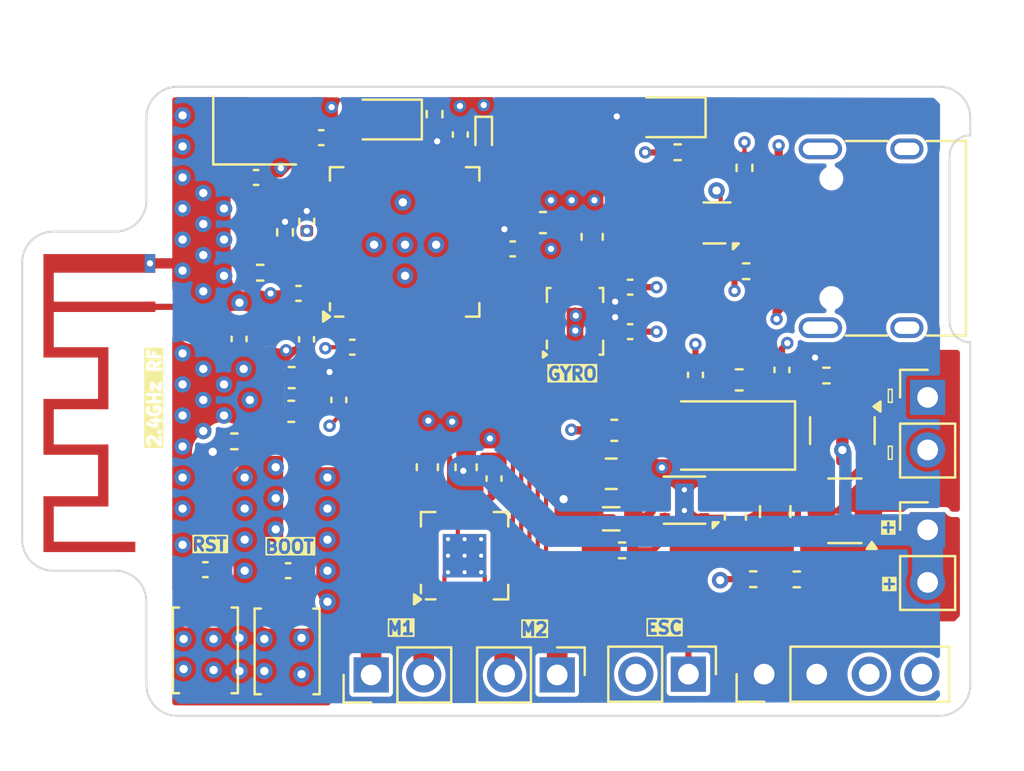
<source format=kicad_pcb>
(kicad_pcb (version 20240108) (generator "pcbnew") (generator_version "8.0")
  (layers (0 "F.Cu" signal) (1 "In1.Cu" signal) (2 "In2.Cu" signal) (31 "B.Cu" signal) (34 "B.Paste" user) (35 "F.Paste" user) (36 "B.SilkS" user "B.Silkscreen") (37 "F.SilkS" user "F.Silkscreen") (38 "B.Mask" user) (39 "F.Mask" user) (44 "Edge.Cuts" user))
  (net 0 "")
  (net 1 "+3.3V")
  (net 2 "GND")
  (net 3 "Net-(U2-XTAL_N)")
  (net 4 "/EN")
  (net 5 "Net-(C2-Pad2)")
  (net 6 "+5V")
  (net 7 "Net-(U2-LNA_IN{slash}RF)")
  (net 8 "Net-(C14-Pad1)")
  (net 9 "Net-(U5-VCP)")
  (net 10 "/D+")
  (net 11 "Net-(U5-VINT)")
  (net 13 "/D-")
  (net 17 "/IO45")
  (net 18 "/IO15")
  (net 20 "Net-(J1-CC2)")
  (net 21 "Net-(J1-CC1)")
  (net 23 "Net-(J3-Pin_1)")
  (net 24 "Net-(J6-Pin_2)")
  (net 25 "/IO40")
  (net 26 "Net-(D1-K)")
  (net 27 "/IO0")
  (net 28 "Net-(D2-K)")
  (net 29 "/IN3")
  (net 30 "/Vsense")
  (net 31 "/IN2")
  (net 32 "/IN4")
  (net 33 "/IN1")
  (net 34 "/TX")
  (net 35 "/USB_D+")
  (net 36 "/USB_D-")
  (net 37 "/CS")
  (net 38 "/SDA")
  (net 39 "/INT2")
  (net 40 "/SDO")
  (net 41 "/SCL")
  (net 42 "/INT1")
  (net 43 "Net-(J6-Pin_1)")
  (net 44 "Net-(J7-Pin_2)")
  (net 45 "+BATT")
  (net 46 "/SLEEP")
  (net 47 "/FAULT")
  (net 48 "Net-(J7-Pin_1)")
  (net 49 "Net-(U6-SW)")
  (net 50 "/DEBUG")
  (net 51 "Net-(AE1-A)")
  (net 52 "+3.3VA")
  (net 53 "Net-(U2-XTAL_P)")
  (net 54 "Net-(U6-PG)")
  (net 66 "unconnected-(U2-MTCK{slash}JTAG{slash}GPIO39-Pad44)")
  (net 70 "/LOAD")
  (net 72 "/IO42")
  (net 74 "/RX")
  (net 75 "/IO16")
  (net 76 "/IO41")
  (net 81 "Net-(Q1-G)")
  (net 82 "/STAT")
  (footprint "Connector_PinHeader_2.54mm:PinHeader_1x02_P2.54mm_Vertical" (layer "F.Cu") (at 152.44 111.5 -90)
    (property "Reference" "J3" (hide yes))
    (property "Value" "Conn_01x02")
  )
  (footprint "Resistor_SMD:R_0402_1005Metric" (layer "F.Cu") (at 157.675001 106.92 180)
    (property "Reference" "R9" (hide yes))
    (property "Value" "15k")
  )
  (footprint "Connector_PinHeader_2.54mm:PinHeader_1x02_P2.54mm_Vertical" (layer "F.Cu") (at 146.1 111.5375 -90)
    (property "Reference" "J7" (hide yes))
    (property "Value" "Conn_01x02")
  )
  (footprint "Package_TO_SOT_SMD:SOT-666" (layer "F.Cu") (at 153.825 89.6975 180)
    (property "Reference" "U3" (hide yes))
    (property "Value" "USBLC6-2P6")
  )
  (footprint "Capacitor_SMD:C_0805_2012Metric" (layer "F.Cu") (at 156.635 103.6425 -90)
    (property "Reference" "C21" (hide yes))
    (property "Value" "22u")
  )
  (footprint "Capacitor_SMD:C_0402_1005Metric" (layer "F.Cu") (at 143.95 90.95)
    (property "Reference" "C25" (hide yes))
    (property "Value" "100n")
  )
  (footprint "Inductor_SMD:L_0805_2012Metric" (layer "F.Cu") (at 148.71 103.9925 180)
    (property "Reference" "L4" (hide yes))
    (property "Value" "2.2u")
  )
  (footprint "Capacitor_SMD:C_0603_1608Metric" (layer "F.Cu") (at 133.27 97.17 180)
    (property "Reference" "C17" (hide yes))
    (property "Value" "10u")
  )
  (footprint "Diode_SMD:D_SOD-923" (layer "F.Cu") (at 142.55 85.43 -90)
    (property "Reference" "D3" (hide yes))
    (property "Value" "SZESD9B5.0ST5G")
  )
  (footprint "Connector_USB:USB_C_Receptacle_HRO_TYPE-C-31-M-12" (layer "F.Cu") (at 161.9475 90.4375 90)
    (property "Reference" "J1" (hide yes))
    (property "Value" "USB_C_Receptacle_USB2.0")
  )
  (footprint "Resistor_SMD:R_0402_1005Metric" (layer "F.Cu") (at 131.75 92.1 180)
    (property "Reference" "R3" (hide yes))
    (property "Value" "10")
  )
  (footprint "Capacitor_SMD:C_0402_1005Metric" (layer "F.Cu") (at 134.7 85.575 180)
    (property "Reference" "C1" (hide yes))
    (property "Value" "9p")
  )
  (footprint "Resistor_SMD:R_0402_1005Metric" (layer "F.Cu") (at 149.235 105.5175)
    (property "Reference" "R11" (hide yes))
    (property "Value" "100k")
  )
  (footprint "Capacitor_SMD:C_0402_1005Metric" (layer "F.Cu") (at 135.55 98.25 -90)
    (property "Reference" "C13" (hide yes))
    (property "Value" "100n")
  )
  (footprint "LED_SMD:LED_0805_2012Metric_Pad1.15x1.40mm_HandSolder" (layer "F.Cu") (at 151.41 84.59 180)
    (property "Reference" "D2" (hide yes))
    (property "Value" "LED")
  )
  (footprint "Capacitor_SMD:C_0402_1005Metric" (layer "F.Cu") (at 136.2 95.7 180)
    (property "Reference" "C12" (hide yes))
    (property "Value" "100n")
  )
  (footprint "Capacitor_SMD:C_0402_1005Metric" (layer "F.Cu") (at 131.55 87.5 180)
    (property "Reference" "C2" (hide yes))
    (property "Value" "9p")
  )
  (footprint "Resistor_SMD:R_0402_1005Metric" (layer "F.Cu") (at 155.575001 106.91 180)
    (property "Reference" "R10" (hide yes))
    (property "Value" "10k")
  )
  (footprint "Inductor_SMD:L_0402_1005Metric" (layer "F.Cu") (at 136.66 97.19 -90)
    (property "Reference" "L2" (hide yes))
    (property "Value" "2.2n")
  )
  (footprint "Inductor_SMD:L_0603_1608Metric" (layer "F.Cu") (at 154.8925 97.28 180)
    (property "Reference" "L3" (hide yes))
    (property "Value" "2.2n")
  )
  (footprint "Capacitor_SMD:C_0603_1608Metric" (layer "F.Cu") (at 154.71 103.8925 -90)
    (property "Reference" "C23" (hide yes))
    (property "Value" "10u")
  )
  (footprint "Button_Switch_SMD:SW_Push_SPST_NO_Alps_SKRK" (layer "F.Cu") (at 133.05 110.4 -90)
    (property "Reference" "SW2" (hide yes))
    (property "Value" "Boot")
  )
  (footprint "Package_TO_SOT_SMD:TSOT-23-6" (layer "F.Cu") (at 160 103.605 180)
    (property "Reference" "U4" (hide yes))
    (property "Value" "LTC4412xS6")
  )
  (footprint "RF_Antenna:Texas_SWRA117D_2.4GHz_Left" (layer "F.Cu") (at 126.425 93.75 90)
    (property "Reference" "AE1" (hide yes))
    (property "Value" "Antenna_Shield")
  )
  (footprint "Capacitor_SMD:C_0402_1005Metric" (layer "F.Cu") (at 129.1 106.45 180)
    (property "Reference" "C10" (hide yes))
    (property "Value" "100n")
  )
  (footprint "Inductor_SMD:L_0402_1005Metric" (layer "F.Cu") (at 132.38 94.84)
    (property "Reference" "L1" (hide yes))
    (property "Value" "2.2n")
  )
  (footprint "Resistor_SMD:R_0402_1005Metric" (layer "F.Cu") (at 155.15 87.0375 90)
    (property "Reference" "R5" (hide yes))
    (property "Value" "5.1k")
  )
  (footprint "Capacitor_SMD:C_0603_1608Metric" (layer "F.Cu") (at 133.25 98.8 180)
    (property "Reference" "C15" (hide yes))
    (property "Value" "1u")
  )
  (footprint "Diode_SMD:D_SMA" (layer "F.Cu") (at 154.085 99.9675 180)
    (property "Reference" "D4" (hide yes))
    (property "Value" "SS14")
  )
  (footprint "Connector_PinHeader_2.54mm:PinHeader_1x02_P2.54mm_Vertical" (layer "F.Cu") (at 164 104.525)
    (property "Reference" "J4" (hide yes))
    (property "Value" "Conn_01x02")
  )
  (footprint "Resistor_SMD:R_0402_1005Metric" (layer "F.Cu") (at 132.95 90.15 -90)
    (property "Reference" "R7" (hide yes))
    (property "Value" "10k")
  )
  (footprint "Capacitor_SMD:C_0402_1005Metric" (layer "F.Cu") (at 133.6 93.1 180)
    (property "Reference" "C5" (hide yes))
    (property "Value" "100n")
  )
  (footprint "LED_SMD:LED_0805_2012Metric_Pad1.15x1.40mm_HandSolder" (layer "F.Cu") (at 137.7 84.7 180)
    (property "Reference" "D1" (hide yes))
    (property "Value" "LED")
  )
  (footprint "Connector_PinHeader_2.54mm:PinHeader_1x02_P2.54mm_Vertical" (layer "F.Cu") (at 137.11 111.5375 90)
    (property "Reference" "J6" (hide yes))
    (property "Value" "Conn_01x02")
  )
  (footprint "Capacitor_SMD:C_0805_2012Metric" (layer "F.Cu") (at 148.71 101.8175)
    (property "Reference" "C24" (hide yes))
    (property "Value" "22u")
  )
  (footprint "Connector_PinHeader_2.54mm:PinHeader_1x02_P2.54mm_Vertical" (layer "F.Cu") (at 164 98.125)
    (property "Reference" "J5" (hide yes))
    (property "Value" "Conn_01x02")
  )
  (footprint "Capacitor_SMD:C_0402_1005Metric" (layer "F.Cu") (at 141.4175 85.425 90)
    (property "Reference" "C9" (hide yes))
    (property "Value" "100n")
  )
  (footprint "Capacitor_SMD:C_0603_1608Metric" (layer "F.Cu") (at 147.79 90.37 90)
    (property "Reference" "C15" (hide yes))
    (property "Value" "10u")
  )
  (footprint "Capacitor_SMD:C_0402_1005Metric" (layer "F.Cu") (at 149.625 92.800001)
    (property "Reference" "C6" (hide yes))
    (property "Value" "100n")
  )
  (footprint "Capacitor_SMD:C_0402_1005Metric" (layer "F.Cu") (at 156.96 96.8 90)
    (property "Reference" "C14" (hide yes))
    (property "Value" "100n")
  )
  (footprint "Capacitor_SMD:C_0402_1005Metric" (layer "F.Cu") (at 133.1 106.5 180)
    (property "Reference" "C11" (hide yes))
    (property "Value" "100n")
  )
  (footprint "Resistor_SMD:R_0402_1005Metric" (layer "F.Cu") (at 140.175 84.440001 -90)
    (property "Reference" "R1" (hide yes))
    (property "Value" "1k")
  )
  (footprint "Capacitor_SMD:C_0402_1005Metric" (layer "F.Cu") (at 130.73 95.3 -90)
    (property "Reference" "C3" (hide yes))
    (property "Value" "3.3p")
  )
  (footprint "Crystal:Crystal_SMD_3225-4Pin_3.2x2.5mm" (layer "F.Cu") (at 131.48 85.22)
    (property "Reference" "Y1" (hide yes))
    (property "Value" "40MHz")
  )
  (footprint "Capacitor_SMD:C_0603_1608Metric" (layer "F.Cu") (at 139.825001 101.5 90)
    (property "Reference" "C20" (hide yes))
    (property "Value" "2.2u")
  )
  (footprint "Capacitor_SMD:C_0402_1005Metric" (layer "F.Cu") (at 149.625 94.950001)
    (property "Reference" "C8" (hide yes))
    (property "Value" "100n")
  )
  (footprint "Package_TO_SOT_SMD:SOT-23" (layer "F.Cu") (at 159.88 99.7325 -90)
    (property "Reference" "Q1" (hide yes))
    (property "Value" "AO3401A")
  )
  (footprint "Package_DFN_QFN:Texas_RTY_WQFN-16-1EP_4x4mm_P0.65mm_EP2.1x2.1mm_ThermalVias" (layer "F.Cu") (at 141.625 105.775001 90)
    (property "Reference" "U5" (hide yes))
    (property "Value" "DRV8833RTY")
  )
  (footprint "Capacitor_SMD:C_0402_1005Metric" (layer "F.Cu") (at 134 89.6 -90)
    (property "Reference" "C26" (hide yes))
    (property "Value" "100n")
  )
  (footprint "Capacitor_SMD:C_0603_1608Metric" (layer "F.Cu") (at 145.41 89.68)
    (property "Reference" "C7" (hide yes))
    (property "Value" "10u")
  )
  (footprint "Resistor_SMD:R_0402_1005Metric" (layer "F.Cu") (at 159.11 97.07)
    (property "Reference" "R8" (hide yes))
    (property "Value" "470k")
  )
  (footprint "Button_Switch_SMD:SW_Push_SPST_NO_Alps_SKRK" (layer "F.Cu") (at 129.1 110.35 -90)
    (property "Reference" "SW1" (hide yes))
    (property "Value" "Reset")
  )
  (footprint "Package_SON:WSON-8-1EP_2x2mm_P0.5mm_EP0.9x1.6mm_ThermalVias" (layer "F.Cu") (at 152.247499 103.0925 180)
    (property "Reference" "U6" (hide yes))
    (property "Value" "TPS62172DSG")
  )
  (footprint "Package_LGA:LGA-14_3x2.5mm_P0.5mm_LayoutBorder3x4y" (layer "F.Cu") (at 146.9625 94.45 90)
    (property "Reference" "U1" (hide yes))
    (property "Value" "LSM6DS3")
  )
  (footprint "Capacitor_SMD:C_0603_1608Metric" (layer "F.Cu") (at 141.7 101.5 90)
    (property "Reference" "C22" (hide yes))
    (property "Value" "10u")
  )
  (footprint "Capacitor_SMD:C_0603_1608Metric" (layer "F.Cu") (at 148.86 99.7175 180)
    (property "Reference" "C18" (hide yes))
    (property "Value" "10u")
  )
  (footprint "Package_DFN_QFN:QFN-56-1EP_7x7mm_P0.4mm_EP5.6x5.6mm" (layer "F.Cu") (at 138.73 90.6125 90)
    (property "Reference" "U2" (hide yes))
    (property "Value" "ESP32-S3")
  )
  (footprint "Capacitor_SMD:C_0402_1005Metric" (layer "F.Cu") (at 152.7825 97.04 90)
    (property "Reference" "C16" (hide yes))
    (property "Value" "100n")
  )
  (footprint "Connector_PinHeader_2.54mm:PinHeader_1x04_P2.54mm_Vertical" (layer "F.Cu") (at 156.1 111.5 90)
    (property "Reference" "J2" (hide yes))
    (property "Value" "Conn_01x04")
  )
  (footprint "Capacitor_SMD:C_0402_1005Metric" (layer "F.Cu") (at 133.99 95.32 -90)
    (property "Reference" "C4" (hide yes))
    (property "Value" "3.3p")
  )
  (footprint "Capacitor_SMD:C_0402_1005Metric" (layer "F.Cu") (at 143.05 102.05 -90)
    (property "Reference" "C19" (hide yes))
    (property "Value" "10n")
  )
  (footprint "Resistor_SMD:R_0402_1005Metric" (layer "F.Cu") (at 130.5 100.25)
    (property "Reference" "R4" (hide yes))
    (property "Value" "10k")
  )
  (footprint "Resistor_SMD:R_0402_1005Metric" (layer "F.Cu") (at 155.23 92.03 180)
    (property "Reference" "R6" (hide yes))
    (property "Value" "5.1k")
  )
  (footprint "Resistor_SMD:R_0402_1005Metric" (layer "F.Cu") (at 151.92 86.28 180)
    (property "Reference" "R2" (hide yes))
    (property "Value" "1k")
  )
  (gr_arc (start 164.560092 83.114729) (mid 165.620753 83.554069) (end 166.060093 84.61473) (stroke (width 0.1)) (layer "Edge.Cuts"))
  (gr_line (start 121.749999 90.114727) (end 124.75 90.114727) (stroke (width 0.1)) (layer "Edge.Cuts"))
  (gr_line (start 126.25 112.009207) (end 126.250001 112.009205) (stroke (width 0.1)) (layer "Edge.Cuts"))
  (gr_arc (start 166.060093 112.009205) (mid 165.620753 113.069866) (end 164.560093 113.509206) (stroke (width 0.1)) (layer "Edge.Cuts"))
  (gr_line (start 120.25 105) (end 120.25 91.614726) (stroke (width 0.1)) (layer "Edge.Cuts"))
  (gr_line (start 166.060093 84.61473) (end 166.060093 85.460526) (stroke (width 0.1)) (layer "Edge.Cuts"))
  (gr_arc (start 165.060093 86.460522) (mid 165.352987 85.753417) (end 166.060093 85.460526) (stroke (width 0.1)) (layer "Edge.Cuts"))
  (gr_line (start 127.75 83.114728) (end 164.560092 83.114729) (stroke (width 0.1)) (layer "Edge.Cuts"))
  (gr_line (start 126.250001 88.614727) (end 126.250002 84.614725) (stroke (width 0.1)) (layer "Edge.Cuts"))
  (gr_line (start 166.060093 95.460524) (end 166.060093 112.009205) (stroke (width 0.1)) (layer "Edge.Cuts"))
  (gr_line (start 164.560093 113.509206) (end 127.75 113.509207) (stroke (width 0.1)) (layer "Edge.Cuts"))
  (gr_line (start 165.060093 86.460522) (end 165.060092 94.460521) (stroke (width 0.1)) (layer "Edge.Cuts"))
  (gr_arc (start 124.75 106.499999) (mid 125.810666 106.939341) (end 126.250001 108.000007) (stroke (width 0.1)) (layer "Edge.Cuts"))
  (gr_arc (start 126.250002 84.614725) (mid 126.689341 83.554066) (end 127.75 83.114728) (stroke (width 0.1)) (layer "Edge.Cuts"))
  (gr_line (start 124.75 106.499999) (end 121.749999 106.499999) (stroke (width 0.1)) (layer "Edge.Cuts"))
  (gr_arc (start 127.75 113.509207) (mid 126.68934 113.069867) (end 126.25 112.009207) (stroke (width 0.1)) (layer "Edge.Cuts"))
  (gr_arc (start 126.250001 88.614727) (mid 125.810661 89.675387) (end 124.75 90.114727) (stroke (width 0.1)) (layer "Edge.Cuts"))
  (gr_arc (start 166.060093 95.460524) (mid 165.352985 95.16763) (end 165.060092 94.460521) (stroke (width 0.1)) (layer "Edge.Cuts"))
  (gr_line (start 126.250001 112.009205) (end 126.250001 108.000007) (stroke (width 0.1)) (layer "Edge.Cuts"))
  (gr_arc (start 120.25 91.614726) (mid 120.689339 90.554066) (end 121.749999 90.114727) (stroke (width 0.1)) (layer "Edge.Cuts"))
  (gr_arc (start 121.749999 106.499999) (mid 120.689341 106.060659) (end 120.25 105) (stroke (width 0.1)) (layer "Edge.Cuts"))
  (gr_text "ESC" (at 150.32 109.61 0) (layer "F.SilkS" knockout) (effects (font (size 0.6 0.6) (thickness 0.15) (bold yes)) (justify left bottom)))
  (gr_text "-" (at 162.5 98.5 90) (layer "F.SilkS" knockout) (effects (font (size 0.6 0.6) (thickness 0.12) (bold yes)) (justify left bottom)))
  (gr_text "-" (at 162.5 101.25 90) (layer "F.SilkS" knockout) (effects (font (size 0.6 0.6) (thickness 0.12) (bold yes)) (justify left bottom)))
  (gr_text "GYRO" (at 145.56 97.34 0) (layer "F.SilkS" knockout) (effects (font (size 0.6 0.6) (thickness 0.15) (bold yes)) (justify left bottom)))
  (gr_text "2.4GHz RF" (at 127 100.6 90) (layer "F.SilkS" knockout) (effects (font (size 0.6 0.6) (thickness 0.15) (bold yes)) (justify left bottom)))
  (gr_text "M1" (at 137.82 109.63 0) (layer "F.SilkS" knockout) (effects (font (size 0.6 0.6) (thickness 0.15) (bold yes)) (justify left bottom)))
  (gr_text "+" (at 161.65 104.7225 0) (layer "F.SilkS" knockout) (effects (font (size 0.6 0.6) (thickness 0.12) (bold yes)) (justify left bottom)))
  (gr_text "M2" (at 144.27 109.68 0) (layer "F.SilkS" knockout) (effects (font (size 0.6 0.6) (thickness 0.15) (bold yes)) (justify left bottom)))
  (gr_text "+" (at 161.7 107.45 0) (layer "F.SilkS" knockout) (effects (font (size 0.6 0.6) (thickness 0.12) (bold yes)) (justify left bottom)))
  (gr_text "RST" (at 128.38 105.59 0) (layer "F.SilkS" knockout) (effects (font (size 0.6 0.6) (thickness 0.15) (bold yes)) (justify left bottom)))
  (gr_text "BOOT" (at 131.91 105.7 0) (layer "F.SilkS" knockout) (effects (font (size 0.6 0.6) (thickness 0.15) (bold yes)) (justify left bottom)))
  (segment (start 148.15 92.800001) (end 148.3 92.800001) (width 0.3) (layer "F.Cu") (net 1))
  (segment (start 134.7 89.2125) (end 135.2925 89.2125) (width 0.2) (layer "F.Cu") (net 1))
  (segment (start 129.96005 100.25) (end 129.455025 100.755025) (width 0.3) (layer "F.Cu") (net 1))
  (segment (start 143.207499 91.212501) (end 143.47 90.95) (width 0.2) (layer "F.Cu") (net 1))
  (segment (start 148.65 94.950001) (end 149.145 94.950001) (width 0.4) (layer "F.Cu") (net 1))
  (segment (start 147.7125 92.887501) (end 147.8 92.800001) (width 0.2) (layer "F.Cu") (net 1))
  (segment (start 151.297499 102.8425) (end 150.41 102.8425) (width 0.3) (layer "F.Cu") (net 1))
  (segment (start 135.55 97.77) (end 136.565 97.77) (width 0.2) (layer "F.Cu") (net 1))
  (segment (start 148.65 92.800001) (end 149.145 92.800001) (width 0.4) (layer "F.Cu") (net 1))
  (segment (start 136.565 97.77) (end 136.66 97.675) (width 0.2) (layer "F.Cu") (net 1))
  (segment (start 141.45 86.425) (end 141.45 86.275) (width 0.2) (layer "F.Cu") (net 1))
  (segment (start 148.3 92.800001) (end 148.65 92.800001) (width 0.3) (layer "F.Cu") (net 1))
  (segment (start 150.385001 84.59) (end 149.02 84.59) (width 0.3) (layer "F.Cu") (net 1))
  (segment (start 150.41 102.8425) (end 150.31 102.9425) (width 0.3) (layer "F.Cu") (net 1))
  (segment (start 147.8 92.800001) (end 148 92.800001) (width 0.2) (layer "F.Cu") (net 1))
  (segment (start 150.235 103.0175) (end 148.385 103.0175) (width 0.2) (layer "F.Cu") (net 1))
  (segment (start 147.7125 93.287499) (end 147.7125 92.887501) (width 0.2) (layer "F.Cu") (net 1))
  (segment (start 141.33 86.545) (end 141.425 86.45) (width 0.2) (layer "F.Cu") (net 1))
  (segment (start 148.449998 94.949999) (end 148.45 94.950001) (width 0.2) (layer "F.Cu") (net 1))
  (segment (start 148.385 103.0175) (end 148.31 102.9425) (width 0.2) (layer "F.Cu") (net 1))
  (segment (start 150.31 102.9425) (end 150.235 103.0175) (width 0.2) (layer "F.Cu") (net 1))
  (segment (start 158.6 97.07) (end 158.6 96.24) (width 0.3) (layer "F.Cu") (net 1))
  (segment (start 142.1675 91.212501) (end 143.207499 91.212501) (width 0.2) (layer "F.Cu") (net 1))
  (segment (start 141.45 85.8175) (end 141.4175 85.785) (width 0.3) (layer "F.Cu") (net 1))
  (segment (start 132.95 89.640001) (end 132.95 89.52) (width 0.2) (layer "F.Cu") (net 1))
  (segment (start 148 92.800001) (end 148.15 92.800001) (width 0.2) (layer "F.Cu") (net 1))
  (segment (start 148.31 102.367499) (end 147.760001 101.8175) (width 0.2) (layer "F.Cu") (net 1))
  (segment (start 129.990001 100.25) (end 129.96005 100.25) (width 0.3) (layer "F.Cu") (net 1))
  (segment (start 134.6075 89.12) (end 134 89.12) (width 0.2) (layer "F.Cu") (net 1))
  (segment (start 141.33 87.175) (end 141.33 86.545) (width 0.2) (layer "F.Cu") (net 1))
  (segment (start 134.7 89.2125) (end 134.6075 89.12) (width 0.2) (layer "F.Cu") (net 1))
  (segment (start 149.02 84.59) (end 148.98 84.55) (width 0.3) (layer "F.Cu") (net 1))
  (segment (start 148.31 102.9425) (end 148.31 102.367499) (width 0.2) (layer "F.Cu") (net 1))
  (segment (start 148.45 94.950001) (end 148.65 94.950001) (width 0.3) (layer "F.Cu") (net 1))
  (segment (start 141.45 86.275) (end 141.45 85.8175) (width 0.3) (layer "F.Cu") (net 1))
  (segment (start 141.425 86.45) (end 141.45 86.425) (width 0.2) (layer "F.Cu") (net 1))
  (segment (start 158.6 96.24) (end 158.56 96.2) (width 0.3) (layer "F.Cu") (net 1))
  (segment (start 147.875 94.949999) (end 148.449998 94.949999) (width 0.2) (layer "F.Cu") (net 1))
  (segment (start 141.33 87.1725) (end 141.33 86.67) (width 0.2) (layer "F.Cu") (net 1))
  (via (at 129.455025 100.755025) (size 0.8) (drill 0.4) (layers "F.Cu" "B.Cu") (net 1))
  (via (at 148.98 84.55) (size 0.6) (drill 0.3) (layers "F.Cu" "B.Cu") (net 1))
  (via (at 148.9 93.5) (size 0.6) (drill 0.3) (layers "F.Cu" "B.Cu") (net 1))
  (via (at 143.55 90) (size 0.6) (drill 0.3) (layers "F.Cu" "B.Cu") (net 1))
  (via (at 134 89.12) (size 0.6) (drill 0.3) (layers "F.Cu" "B.Cu") (net 1))
  (via (at 158.56 96.2) (size 0.6) (drill 0.3) (layers "F.Cu" "B.Cu") (net 1))
  (via (at 146.41 103.0425) (size 0.8) (drill 0.4) (layers "F.Cu" "B.Cu") (net 1))
  (via (at 148.9 94.25) (size 0.6) (drill 0.3) (layers "F.Cu" "B.Cu") (net 1))
  (via (at 135.1 96.9) (size 0.6) (drill 0.3) (layers "F.Cu" "B.Cu") (net 1))
  (via (at 140.3 85.75) (size 0.6) (drill 0.3) (layers "F.Cu" "B.Cu") (net 1))
  (via (at 132.95 89.640001) (size 0.6) (drill 0.3) (layers "F.Cu" "B.Cu") (net 1))
  (segment (start 146.81 99.7175) (end 146.785 99.6925) (width 0.4) (layer "F.Cu") (net 2))
  (segment (start 132.58 86.07) (end 132.28 86.07) (width 0.3) (layer "F.Cu") (net 2))
  (segment (start 156.96 95.76) (end 157.22 95.5) (width 0.3) (layer "F.Cu") (net 2))
  (segment (start 154.67 92.98) (end 154.67 92.08) (width 0.3) (layer "F.Cu") (net 2))
  (segment (start 127.65 91.65) (end 128 92) (width 0.5) (layer "F.Cu") (net 2))
  (segment (start 155.15 85.8) (end 155.15 86.5275) (width 0.2) (layer "F.Cu") (net 2))
  (segment (start 141.3 103.912501) (end 141.3 105.450001) (width 0.2) (layer "F.Cu") (net 2))
  (segment (start 155.065002 106.91) (end 154.025 106.91) (width 0.3) (layer "F.Cu") (net 2))
  (segment (start 135.55 99.05) (end 135.1 99.5) (width 0.2) (layer "F.Cu") (net 2))
  (segment (start 152.7825 96.56) (end 152.7825 95.5525) (width 0.3) (layer "F.Cu") (net 2))
  (segment (start 156.7 94) (end 157.0125 93.6875) (width 0.4) (layer "F.Cu") (net 2))
  (segment (start 156.96 96.32) (end 156.96 95.76) (width 0.3) (layer "F.Cu") (net 2))
  (segment (start 150.36 101.9925) (end 149.834999 101.9925) (width 0.3) (layer "F.Cu") (net 2))
  (segment (start 151.410001 86.28) (end 151.400001 86.29) (width 0.3) (layer "F.Cu") (net 2))
  (segment (start 156.8 86.75) (end 157.2375 87.1875) (width 0.4) (layer "F.Cu") (net 2))
  (segment (start 156.8 85.95) (end 156.8 86.75) (width 0.4) (layer "F.Cu") (net 2))
  (segment (start 133.99 95.8) (end 133.05 95.8) (width 0.2) (layer "F.Cu") (net 2))
  (segment (start 154 89.294446) (end 154 89.19) (width 0.2) (layer "F.Cu") (net 2))
  (segment (start 132.75 87.05) (end 132.3 87.5) (width 0.2) (layer "F.Cu") (net 2))
  (segment (start 135.55 98.73) (end 135.55 99.05) (width 0.2) (layer "F.Cu") (net 2))
  (segment (start 140.65 106.750001) (end 141.625 105.775001) (width 0.2) (layer "F.Cu") (net 2))
  (segment (start 154.403054 89.6975) (end 154 89.294446) (width 0.2) (layer "F.Cu") (net 2))
  (segment (start 133.05 95.8) (end 133 95.85) (width 0.2) (layer "F.Cu") (net 2))
  (segment (start 140.65 107.6375) (end 140.65 106.750001) (width 0.2) (layer "F.Cu") (net 2))
  (segment (start 150.899999 92.800001) (end 150.9 92.8) (width 0.3) (layer "F.Cu") (net 2))
  (segment (start 154 88.33) (end 153.8 88.13) (width 0.2) (layer "F.Cu") (net 2))
  (segment (start 130.58 84.37) (end 130.38 84.37) (width 0.3) (layer "F.Cu") (net 2))
  (segment (start 132.25 93.1) (end 133.12 93.1) (width 0.3) (layer "F.Cu") (net 2))
  (segment (start 154 89.19) (end 154 88.33) (width 0.2) (layer "F.Cu") (net 2))
  (segment (start 144.43 90.95) (end 145.8 90.95) (width 0.2) (layer "F.Cu") (net 2))
  (segment (start 157.0125 93.6875) (end 157.9025 93.6875) (width 0.4) (layer "F.Cu") (net 2))
  (segment (start 151.297499 102.342499) (end 150.709999 102.342499) (width 0.2) (layer "F.Cu") (net 2))
  (segment (start 154.025 106.91) (end 153.975 106.96) (width 0.3) (layer "F.Cu") (net 2))
  (segment (start 148.085 99.7175) (end 146.81 99.7175) (width 0.4) (layer "F.Cu") (net 2))
  (segment (start 157.2375 87.1875) (end 157.9025 87.1875) (width 0.4) (layer "F.Cu") (net 2))
  (segment (start 154.403054 89.6975) (end 154.75 89.6975) (width 0.2) (layer "F.Cu") (net 2))
  (segment (start 142.6 106.750001) (end 141.625 105.775001) (width 0.2) (layer "F.Cu") (net 2))
  (segment (start 134.95 95.7) (end 134.9 95.75) (width 0.2) (layer "F.Cu") (net 2))
  (segment (start 149.834999 101.9925) (end 149.659999 101.8175) (width 0.3) (layer "F.Cu") (net 2))
  (segment (start 150.9 94.950001) (end 150.105 94.950001) (width 0.3) (layer "F.Cu") (net 2))
  (segment (start 154.67 92.08) (end 154.72 92.03) (width 0.3) (layer "F.Cu") (net 2))
  (segment (start 126.425 91.65) (end 127.65 91.65) (width 0.5) (layer "F.Cu") (net 2))
  (segment (start 156.7 94.34) (end 156.7 94) (width 0.4) (layer "F.Cu") (net 2))
  (segment (start 135.72 95.7) (end 134.95 95.7) (width 0.2) (layer "F.Cu") (net 2))
  (segment (start 142.6 107.6375) (end 142.6 106.750001) (width 0.2) (layer "F.Cu") (net 2))
  (segment (start 150.709999 102.342499) (end 150.36 101.9925) (width 0.2) (layer "F.Cu") (net 2))
  (segment (start 141.3 105.450001) (end 141.625 105.775001) (width 0.2) (layer "F.Cu") (net 2))
  (segment (start 151.400001 86.29) (end 150.35 86.29) (width 0.3) (layer "F.Cu") (net 2))
  (segment (start 152.7825 95.5525) (end 152.78 95.55) (width 0.3) (layer "F.Cu") (net 2))
  (segment (start 150.105 92.800001) (end 150.899999 92.800001) (width 0.3) (layer "F.Cu") (net 2))
  (segment (start 132.28 86.07) (end 130.58 84.37) (width 0.3) (layer "F.Cu") (net 2))
  (segment (start 132.3 87.5) (end 132.03 87.5) (width 0.2) (layer "F.Cu") (net 2))
  (via (at 150.9 92.8) (size 0.6) (drill 0.3) (layers "F.Cu" "B.Cu") (net 2))
  (via (at 142.85 100.1125) (size 0.6) (drill 0.3) (layers "F.Cu" "B.Cu") (net 2))
  (via (at 128 90.5) (size 0.8) (drill 0.4) (layers "F.Cu" "B.Cu") (net 2))
  (via (at 132.5 104.5) (size 0.8) (drill 0.4) (layers "F.Cu" "B.Cu") (net 2))
  (via (at 131.95 111.35) (size 0.8) (drill 0.4) (layers "F.Cu" "B.Cu") (net 2))
  (via (at 141.4 84.05) (size 0.6) (drill 0.3) (layers "F.Cu" "B.Cu") (net 2))
  (via (at 147.9 88.6) (size 0.6) (drill 0.3) (layers "F.Cu" "B.Cu") (net 2))
  (via (at 138.644398 88.7) (size 0.8) (drill 0.4) (layers "F.Cu" "B.Cu") (net 2))
  (via (at 154.67 92.98) (size 0.6) (drill 0.3) (layers "F.Cu" "B.Cu") (net 2))
  (via (at 128.05 109.8) (size 0.8) (drill 0.4) (layers "F.Cu" "B.Cu") (net 2))
  (via (at 131.95 109.8) (size 0.8) (drill 0.4) (layers "F.Cu" "B.Cu") (net 2))
  (via (at 141.025 99.3) (size 0.6) (drill 0.3) (layers "F.Cu" "B.Cu") (net 2))
  (via (at 130.75 111.35) (size 0.8) (drill 0.4) (layers "F.Cu" "B.Cu") (net 2))
  (via (at 130.95 96.75) (size 0.8) (drill 0.4) (layers "F.Cu" "B.Cu") (net 2))
  (via (at 147 94.175) (size 0.6) (drill 0.3) (layers "F.Cu" "B.Cu") (net 2))
  (via (at 140.25 90.75) (size 0.8) (drill 0.4) (layers "F.Cu" "B.Cu") (net 2))
  (via (at 134.9 95.75) (size 0.6) (drill 0.3) (layers "F.Cu" "B.Cu") (net 2))
  (via (at 128 100.5) (size 0.8) (drill 0.4) (layers "F.Cu" "B.Cu") (net 2))
  (via (at 132.5 103) (size 0.8) (drill 0.4) (layers "F.Cu" "B.Cu") (net 2))
  (via (at 146.8 88.6) (size 0.6) (drill 0.3) (layers "F.Cu" "B.Cu") (net 2))
  (via (at 138.75 90.75) (size 0.8) (drill 0.4) (layers "F.Cu" "B.Cu") (net 2))
  (via (at 135.2 84.1) (size 0.6) (drill 0.3) (layers "F.Cu" "B.Cu") (net 2))
  (via (at 135 106.5) (size 0.8) (drill 0.4) (layers "F.Cu" "B.Cu") (net 2))
  (via (at 153.975 106.96) (size 0.8) (drill 0.4) (layers "F.Cu" "B.Cu") (net 2))
  (via (at 146.975 94.9) (size 0.6) (drill 0.3) (layers "F.Cu" "B.Cu") (net 2))
  (via (at 131 102) (size 0.8) (drill 0.4) (layers "F.Cu" "B.Cu") (net 2))
  (via (at 130.75 93.55) (size 0.8) (drill 0.4) (layers "F.Cu" "B.Cu") (net 2))
  (via (at 150.35 86.29) (size 0.6) (drill 0.3) (layers "F.Cu" "B.Cu") (net 2))
  (via (at 150.9 94.950001) (size 0.6) (drill 0.3) (layers "F.Cu" "B.Cu") (net 2))
  (via (at 135 102) (size 0.8) (drill 0.4) (layers "F.Cu" "B.Cu") (net 2))
  (via (at 129 91.25) (size 0.8) (drill 0.4) (layers "F.Cu" "B.Cu") (net 2))
  (via (at 130 97.5) (size 0.8) (drill 0.4) (layers "F.Cu" "B.Cu") (net 2))
  (via (at 128.05 111.25) (size 0.8) (drill 0.4) (layers "F.Cu" "B.Cu") (net 2))
  (via (at 128 99) (size 0.8) (drill 0.4) (layers "F.Cu" "B.Cu") (net 2))
  (via (at 135 103.5) (size 0.8) (drill 0.4) (layers "F.Cu" "B.Cu") (net 2))
  (via (at 133.75 111.5) (size 0.8) (drill 0.4) (layers "F.Cu" "B.Cu") (net 2))
  (via (at 155.15 85.8) (size 0.6) (drill 0.3) (layers "F.Cu" "B.Cu") (net 2))
  (via (at 138.75 92.25) (size 0.8) (drill 0.4) (layers "F.Cu" "B.Cu") (net 2))
  (via (at 131 105) (size 0.8) (drill 0.4) (layers "F.Cu" "B.Cu") (net 2))
  (via (at 128 86) (size 0.8) (drill 0.4) (layers "F.Cu" "B.Cu") (net 2))
  (via (at 128 97.5) (size 0.8) (drill 0.4) (layers "F.Cu" "B.Cu") (net 2))
  (via (at 128 103.5) (size 0.8) (drill 0.4) (layers "F.Cu" "B.Cu") (net 2))
  (via (at 129 93) (size 0.8) (drill 0.4) (layers "F.Cu" "B.Cu") (net 2))
  (via (at 128 105.25) (size 0.8) (drill 0.4) (layers "F.Cu" "B.Cu") (net 2))
  (via (at 132.75 87.05) (size 0.6) (drill 0.3) (layers "F.Cu" "B.Cu") (net 2))
  (via (at 129 99.75) (size 0.8) (drill 0.4) (layers "F.Cu" "B.Cu") (net 2))
  (via (at 130 89) (size 0.8) (drill 0.4) (layers "F.Cu" "B.Cu") (net 2))
  (via (at 129 88.25) (size 0.8) (drill 0.4) (layers "F.Cu" "B.Cu") (net 2))
  (via (at 128 84.5) (size 0.8) (drill 0.4) (layers "F.Cu" "B.Cu") (net 2))
  (via (at 133 95.85) (size 0.6) (drill 0.3) (layers "F.Cu" "B.Cu") (net 2))
  (via (at 134 90.08) (size 0.6) (drill 0.3) (layers "F.Cu" "B.Cu") (net 2))
  (via (at 145.8 88.6) (size 0.6) (drill 0.3) (layers "F.Cu" "B.Cu") (net 2))
  (via (at 139.875 99.25) (size 0.6) (drill 0.3) (layers "F.Cu" "B.Cu") (net 2))
  (via (at 156.7 94.34) (size 0.6) (drill 0.3) (layers "F.Cu" "B.Cu") (net 2))
  (via (at 128 89) (size 0.8) (drill 0.4) (layers "F.Cu" "B.Cu") (net 2))
  (via (at 135.1 99.5) (size 0.6) (drill 0.3) (layers "F.Cu" "B.Cu") (net 2))
  (via (at 130 92.25) (size 0.8) (drill 0.4) (layers "F.Cu" "B.Cu") (net 2))
  (via (at 128 102) (size 0.8) (drill 0.4) (layers "F.Cu" "B.Cu") (net 2))
  (via (at 132.25 93.1) (size 0.6) (drill 0.3) (layers "F.Cu" "B.Cu") (net 2))
  (via (at 157.22 95.5) (size 0.6) (drill 0.3) (layers "F.Cu" "B.Cu") (net 2))
  (via (at 153.8 88.13) (size 0.8) (drill 0.4) (layers "F.Cu" "B.Cu") (net 2))
  (via (at 145.8 90.95) (size 0.6) (drill 0.3) (layers "F.Cu" "B.Cu") (net 2))
  (via (at 128 92) (size 0.8) (drill 0.4) (layers "F.Cu" "B.Cu") (net 2))
  (via (at 129 96.75) (size 0.8) (drill 0.4) (layers "F.Cu" "B.Cu") (net 2))
  (via (at 130 99) (size 0.8) (drill 0.4) (layers "F.Cu" "B.Cu") (net 2))
  (via (at 131.25 98.25) (size 0.8) (drill 0.4) (layers "F.Cu" "B.Cu") (net 2))
  (via (at 133.75 109.75) (size 0.8) (drill 0.4) (layers "F.Cu" "B.Cu") (net 2))
  (via (at 130 90.5) (size 0.8) (drill 0.4) (layers "F.Cu" "B.Cu") (net 2))
  (via (at 146.785 99.6925) (size 0.6) (drill 0.3) (layers "F.Cu" "B.Cu") (net 2))
  (via (at 130.75 109.75) (size 0.8) (drill 0.4) (layers "F.Cu" "B.Cu") (net 2))
  (via (at 129 89.75) (size 0.8) (drill 0.4) (layers "F.Cu" "B.Cu") (net 2))
  (via (at 129.5 109.8) (size 0.8) (drill 0.4) (layers "F.Cu" "B.Cu") (net 2))
  (via (at 129 98.25) (size 0.8) (drill 0.4) (layers "F.Cu" "B.Cu") (net 2))
  (via (at 152.78 95.55) (size 0.6) (drill 0.3) (layers "F.Cu" "B.Cu") (net 2))
  (via (at 129.5 111.3) (size 0.8) (drill 0.4) (layers "F.Cu" "B.Cu") (net 2))
  (via (at 128 96) (size 0.8) (drill 0.4) (layers "F.Cu" "B.Cu") (net 2))
  (via (at 151.16 101.5175) (size 0.6) (drill 0.3) (layers "F.Cu" "B.Cu") (net 2))
  (via (at 128 87.5) (size 0.8) (drill 0.4) (layers "F.Cu" "B.Cu") (net 2))
  (via (at 131 106.5) (size 0.8) (drill 0.4) (layers "F.Cu" "B.Cu") (net 2))
  (via (at 131 103.5) (size 0.8) (drill 0.4) (layers "F.Cu" "B.Cu") (net 2))
  (via (at 142.55 84) (size 0.6) (drill 0.3) (layers "F.Cu" "B.Cu") (net 2))
  (via (at 156.8 85.95) (size 0.6) (drill 0.3) (layers "F.Cu" "B.Cu") (net 2))
  (via (at 137.25 90.75) (size 0.8) (drill 0.4) (layers "F.Cu" "B.Cu") (net 2))
  (via (at 132.5 101.5) (size 0.8) (drill 0.4) (layers "F.Cu" "B.Cu") (net 2))
  (via (at 135 108) (size 0.8) (drill 0.4) (layers "F.Cu" "B.Cu") (net 2))
  (via (at 135 105) (size 0.8) (drill 0.4) (layers "F.Cu" "B.Cu") (net 2))
  (segment (start 133.95 92) (end 133.4 91.45) (width 0.2) (layer "F.Cu") (net 3))
  (segment (start 131.95 88.8) (end 131.95 91.1) (width 0.3) (layer "F.Cu") (net 3))
  (segment (start 134.22 85.575) (end 134.22 87.13) (width 0.3) (layer "F.Cu") (net 3))
  (segment (start 134.38 92) (end 133.95 92) (width 0.2) (layer "F.Cu") (net 3))
  (segment (start 133.4 91.45) (end 132.3 91.45) (width 0.2) (layer "F.Cu") (net 3))
  (segment (start 134.22 84.92) (end 133.67 84.37) (width 0.3) (layer "F.Cu") (net 3))
  (segment (start 134.22 87.13) (end 133.1 88.25) (width 0.3) (layer "F.Cu") (net 3))
  (segment (start 133.67 84.37) (end 132.58 84.37) (width 0.3) (layer "F.Cu") (net 3))
  (segment (start 133.1 88.25) (end 132.5 88.25) (width 0.3) (layer "F.Cu") (net 3))
  (segment (start 132.3 91.45) (end 131.95 91.1) (width 0.2) (layer "F.Cu") (net 3))
  (segment (start 134.22 85.575) (end 134.22 84.92) (width 0.3) (layer "F.Cu") (net 3))
  (segment (start 135.2925 92.01) (end 134.39 92.01) (width 0.2) (layer "F.Cu") (net 3))
  (segment (start 132.5 88.25) (end 131.95 88.8) (width 0.3) (layer "F.Cu") (net 3))
  (segment (start 134.39 92.01) (end 134.38 92) (width 0.2) (layer "F.Cu") (net 3))
  (segment (start 137.33 98.21) (end 137.33 94.0475) (width 0.2) (layer "F.Cu") (net 4))
  (segment (start 129.6 106.97) (end 129.6 101.6) (width 0.2) (layer "F.Cu") (net 4))
  (segment (start 129.6 101.6) (end 130.95 100.25) (width 0.2) (layer "F.Cu") (net 4))
  (segment (start 135.29 100.25) (end 137.33 98.21) (width 0.2) (layer "F.Cu") (net 4))
  (segment (start 129.63 107) (end 129.6 106.97) (width 0.2) (layer "F.Cu") (net 4))
  (segment (start 130.95 100.25) (end 135.29 100.25) (width 0.2) (layer "F.Cu") (net 4))
  (segment (start 129.1 108.25) (end 129.1 107.55) (width 0.2) (layer "F.Cu") (net 4))
  (segment (start 129.63 107.02) (end 129.63 107) (width 0.2) (layer "F.Cu") (net 4))
  (segment (start 129.1 107.55) (end 129.63 107.02) (width 0.2) (layer "F.Cu") (net 4))
  (segment (start 131.07 86.76) (end 130.38 86.07) (width 0.3) (layer "F.Cu") (net 5))
  (segment (start 131.07 87.5) (end 131.07 86.76) (width 0.3) (layer "F.Cu") (net 5))
  (segment (start 131.240001 91.540001) (end 131.240001 92.1) (width 0.3) (layer "F.Cu") (net 5))
  (segment (start 131.07 87.5) (end 131.07 91.37) (width 0.3) (layer "F.Cu") (net 5))
  (segment (start 131.07 91.37) (end 131.240001 91.540001) (width 0.3) (layer "F.Cu") (net 5))
  (segment (start 153.92 97.095) (end 154.105 97.28) (width 0.3) (layer "F.Cu") (net 6))
  (segment (start 153.92 90.299844) (end 153.92 97.095) (width 0.3) (layer "F.Cu") (net 6))
  (segment (start 152.9 89.6975) (end 153.317656 89.6975) (width 0.3) (layer "F.Cu") (net 6))
  (segment (start 153.317656 89.6975) (end 153.92 90.299844) (width 0.3) (layer "F.Cu") (net 6))
  (segment (start 151.76 99.9675) (end 152.085 99.9675) (width 0.4) (layer "F.Cu") (net 6))
  (segment (start 152.14 99.9125) (end 152.085 99.9675) (width 0.4) (layer "F.Cu") (net 6))
  (segment (start 136.13 94.0475) (end 136.13 94.5475) (width 0.2) (layer "F.Cu") (net 7))
  (segment (start 135.8375 94.84) (end 136.13 94.5475) (width 0.2) (layer "F.Cu") (net 7))
  (segment (start 133.99 94.84) (end 135.8375 94.84) (width 0.2) (layer "F.Cu") (net 7))
  (segment (start 133.99 94.84) (end 132.865 94.84) (width 0.3) (layer "F.Cu") (net 7))
  (segment (start 155.68 93.58) (end 155.68 97.28) (width 0.6) (layer "F.Cu") (net 8))
  (segment (start 158.691484 92.8875) (end 159.5375 92.041484) (width 0.4) (layer "F.Cu") (net 8))
  (segment (start 159.5375 88.833516) (end 158.691484 87.9875) (width 0.4) (layer "F.Cu") (net 8))
  (segment (start 156.96 97.28) (end 155.68 97.28) (width 0.3) (layer "F.Cu") (net 8))
  (segment (start 159.5375 92.041484) (end 159.5375 88.833516) (width 0.4) (layer "F.Cu") (net 8))
  (segment (start 157.9025 92.8875) (end 156.3725 92.8875) (width 0.6) (layer "F.Cu") (net 8))
  (segment (start 158.691484 87.9875) (end 157.9025 87.9875) (width 0.4) (layer "F.Cu") (net 8))
  (segment (start 156.3725 92.8875) (end 155.71 93.55) (width 0.6) (layer "F.Cu") (net 8))
  (segment (start 157.9025 92.8875) (end 158.691484 92.8875) (width 0.4) (layer "F.Cu") (net 8))
  (segment (start 143.05 102.7875) (end 143.05 102.53) (width 0.4) (layer "F.Cu") (net 9))
  (segment (start 142.6 103.912502) (end 142.6 103.2375) (width 0.4) (layer "F.Cu") (net 9))
  (segment (start 142.6 103.2375) (end 143.05 102.7875) (width 0.4) (layer "F.Cu") (net 9))
  (segment (start 158.9775 90.6875) (end 157.9025 90.6875) (width 0.3) (layer "F.Cu") (net 10))
  (segment (start 154.675 89.16) (end 155.050001 89.16) (width 0.18) (layer "F.Cu") (net 10))
  (segment (start 155.153266 89.2575) (end 155.365 89.469234) (width 0.18) (layer "F.Cu") (net 10))
  (segment (start 155.365 89.474999) (end 155.397501 89.5075) (width 0.18) (layer "F.Cu") (net 10))
  (segment (start 155.050001 89.16) (end 155.147501 89.2575) (width 0.18) (layer "F.Cu") (net 10))
  (segment (start 158.9875 89.6975) (end 158.9875 90.6775) (width 0.3) (layer "F.Cu") (net 10))
  (segment (start 158.9775 89.6875) (end 158.9875 89.6975) (width 0.3) (layer "F.Cu") (net 10))
  (segment (start 157.9025 89.6875) (end 158.9775 89.6875) (width 0.3) (layer "F.Cu") (net 10))
  (segment (start 156.8875 89.5075) (end 157.0675 89.6875) (width 0.18) (layer "F.Cu") (net 10))
  (segment (start 155.397501 89.5075) (end 156.8875 89.5075) (width 0.18) (layer "F.Cu") (net 10))
  (segment (start 157.0675 89.6875) (end 157.9025 89.6875) (width 0.18) (layer "F.Cu") (net 10))
  (segment (start 155.365 89.469234) (end 155.365 89.474999) (width 0.18) (layer "F.Cu") (net 10))
  (segment (start 155.147501 89.2575) (end 155.153266 89.2575) (width 0.18) (layer "F.Cu") (net 10))
  (segment (start 158.9875 90.6775) (end 158.9775 90.6875) (width 0.3) (layer "F.Cu") (net 10))
  (segment (start 140.4 103.0875) (end 140.15 102.8375) (width 0.5) (layer "F.Cu") (net 11))
  (segment (start 139.825001 102.512501) (end 139.825001 102.275) (width 0.6) (layer "F.Cu") (net 11))
  (segment (start 140.15 102.8375) (end 139.825001 102.512501) (width 0.6) (layer "F.Cu") (net 11))
  (segment (start 140.65 103.3375) (end 140.4 103.0875) (width 0.4) (layer "F.Cu") (net 11))
  (segment (start 140.65 103.912502) (end 140.65 103.3375) (width 0.4) (layer "F.Cu") (net 11))
  (segment (start 156.814999 90.1875) (end 157.9025 90.1875) (width 0.2) (layer "F.Cu") (net 13))
  (segment (start 154.675 90.235) (end 155.050001 90.235) (width 0.18) (layer "F.Cu") (net 13))
  (segment (start 155.050001 90.235) (end 155.147501 90.1375) (width 0.18) (layer "F.Cu") (net 13))
  (segment (start 157.2675 90.1275) (end 157.011469 90.1275) (width 0.18) (layer "F.Cu") (net 13))
  (segment (start 155.153266 90.1375) (end 155.400766 89.89) (width 0.18) (layer "F.Cu") (net 13))
  (segment (start 156.5 89.89) (end 156.7975 90.1875) (width 0.18) (layer "F.Cu") (net 13))
  (segment (start 157.9025 90.1875) (end 157.3275 90.1875) (width 0.18) (layer "F.Cu") (net 13))
  (segment (start 156.7975 90.1875) (end 157.9025 90.1875) (width 0.18) (layer "F.Cu") (net 13))
  (segment (start 156.7875 91.1475) (end 156.8275 91.1875) (width 0.3) (layer "F.Cu") (net 13))
  (segment (start 157.3275 90.1875) (end 157.2675 90.1275) (width 0.18) (layer "F.Cu") (net 13))
  (segment (start 156.8275 91.1875) (end 157.9025 91.1875) (width 0.3) (layer "F.Cu") (net 13))
  (segment (start 155.400766 89.89) (end 156.5 89.89) (width 0.18) (layer "F.Cu") (net 13))
  (segment (start 155.147501 90.1375) (end 155.153266 90.1375) (width 0.18) (layer "F.Cu") (net 13))
  (segment (start 156.7875 90.2275) (end 156.7875 91.1475) (width 0.3) (layer "F.Cu") (net 13))
  (segment (start 157.9025 90.1875) (end 156.8275 90.1875) (width 0.3) (layer "F.Cu") (net 13))
  (segment (start 135.2925 91.212501) (end 134.112501 91.212501) (width 0.2) (layer "F.Cu") (net 17))
  (segment (start 133.559999 90.659999) (end 132.95 90.659999) (width 0.2) (layer "F.Cu") (net 17))
  (segment (start 134.112501 91.212501) (end 133.559999 90.659999) (width 0.2) (layer "F.Cu") (net 17))
  (segment (start 156.3625 88.6875) (end 156.3125 88.6375) (width 0.3) (layer "F.Cu") (net 20))
  (segment (start 157.9025 88.6875) (end 156.3625 88.6875) (width 0.3) (layer "F.Cu") (net 20))
  (segment (start 156.3125 88.6375) (end 155.2225 87.5475) (width 0.4) (layer "F.Cu") (net 20))
  (segment (start 155.775 92.015) (end 156.1475 92.015) (width 0.3) (layer "F.Cu") (net 21))
  (segment (start 156.1475 92.015) (end 156.475 91.6875) (width 0.3) (layer "F.Cu") (net 21))
  (segment (start 156.475 91.6875) (end 157.9025 91.6875) (width 0.3) (layer "F.Cu") (net 21))
  (segment (start 151.67 109.27) (end 152.44 110.04) (width 0.3) (layer "F.Cu") (net 23))
  (segment (start 145.16 105.87) (end 145.16 99.342942) (width 0.2) (layer "F.Cu") (net 23))
  (segment (start 152.44 110.04) (end 152.44 111.5) (width 0.3) (layer "F.Cu") (net 23))
  (segment (start 148.37 109.05) (end 148.59 109.27) (width 0.3) (layer "F.Cu") (net 23))
  (segment (start 148.37 109.05) (end 148.34 109.05) (width 0.2) (layer "F.Cu") (net 23))
  (segment (start 143.557058 97.74) (end 142.74 97.74) (width 0.2) (layer "F.Cu") (net 23))
  (segment (start 140.53 95.53) (end 140.53 94.0475) (width 0.2) (layer "F.Cu") (net 23))
  (segment (start 148.59 109.27) (end 151.67 109.27) (width 0.3) (layer "F.Cu") (net 23))
  (segment (start 145.16 99.342942) (end 143.557058 97.74) (width 0.2) (layer "F.Cu") (net 23))
  (segment (start 142.74 97.74) (end 140.53 95.53) (width 0.2) (layer "F.Cu") (net 23))
  (segment (start 148.34 109.05) (end 145.16 105.87) (width 0.2) (layer "F.Cu") (net 23))
  (segment (start 139.65 110.0375) (end 139.65 111.5375) (width 1) (layer "F.Cu") (net 24))
  (segment (start 141.3 108.3875) (end 140.9 108.7875) (width 0.4) (layer "F.Cu") (net 24))
  (segment (start 140.3 109.3875) (end 139.65 110.0375) (width 1) (layer "F.Cu") (net 24))
  (segment (start 140.75 108.9375) (end 140.55 109.1375) (width 0.6) (layer "F.Cu") (net 24))
  (segment (start 140.9 108.7875) (end 140.8 108.8875) (width 0.5) (layer "F.Cu") (net 24))
  (segment (start 141.3 107.637501) (end 141.3 108.3875) (width 0.4) (layer "F.Cu") (net 24))
  (segment (start 140.8 108.8875) (end 140.75 108.9375) (width 0.5) (layer "F.Cu") (net 24))
  (segment (start 140.55 109.1375) (end 140.3 109.3875) (width 0.8) (layer "F.Cu") (net 24))
  (segment (start 139.265001 84.7) (end 138.724999 84.7) (width 0.4) (layer "F.Cu") (net 26))
  (segment (start 140.175 83.930002) (end 140.034999 83.930002) (width 0.4) (layer "F.Cu") (net 26))
  (segment (start 140.034999 83.930002) (end 139.265001 84.7) (width 0.4) (layer "F.Cu") (net 26))
  (segment (start 133.85 100.8) (end 133.56 101.09) (width 0.2) (layer "F.Cu") (net 27))
  (segment (start 133.05 107.85) (end 133.05 108.3) (width 0.2) (layer "F.Cu") (net 27))
  (segment (start 133.56 107.34) (end 133.05 107.85) (width 0.2) (layer "F.Cu") (net 27))
  (segment (start 133.56 101.09) (end 133.56 107.34) (width 0.2) (layer "F.Cu") (net 27))
  (segment (start 137.73 98.44) (end 135.37 100.8) (width 0.2) (layer "F.Cu") (net 27))
  (segment (start 137.73 94.0475) (end 137.73 98.44) (width 0.2) (layer "F.Cu") (net 27))
  (segment (start 135.37 100.8) (end 133.85 100.8) (width 0.2) (layer "F.Cu") (net 27))
  (segment (start 152.429999 86.28) (end 152.429999 84.595) (width 0.3) (layer "F.Cu") (net 28))
  (segment (start 152.429999 84.595) (end 152.434999 84.59) (width 0.3) (layer "F.Cu") (net 28))
  (segment (start 139.73 94.0475) (end 139.73 96.147057) (width 0.2) (layer "F.Cu") (net 29))
  (segment (start 144.36 99.674314) (end 144.36 105.09) (width 0.2) (layer "F.Cu") (net 29))
  (segment (start 142.122943 98.54) (end 143.225686 98.54) (width 0.2) (layer "F.Cu") (net 29))
  (segment (start 143.999999 105.450001) (end 143.4875 105.450001) (width 0.2) (layer "F.Cu") (net 29))
  (segment (start 139.73 96.147057) (end 142.122943 98.54) (width 0.2) (layer "F.Cu") (net 29))
  (segment (start 143.225686 98.54) (end 144.36 99.674314) (width 0.2) (layer "F.Cu") (net 29))
  (segment (start 144.36 105.09) (end 144.299999 105.150001) (width 0.2) (layer "F.Cu") (net 29))
  (segment (start 144.299999 105.150001) (end 143.999999 105.450001) (width 0.2) (layer "F.Cu") (net 29))
  (segment (start 156.675 107.745) (end 156.675 106.91) (width 0.3) (layer "F.Cu") (net 30))
  (segment (start 142.94 97.34) (end 143.722744 97.34) (width 0.2) (layer "F.Cu") (net 30))
  (segment (start 156.675 106.91) (end 156.085 106.91) (width 0.5) (layer "F.Cu") (net 30))
  (segment (start 157.165001 106.91) (end 156.675 106.91) (width 0.5) (layer "F.Cu") (net 30))
  (segment (start 143.722744 97.34) (end 145.56 99.177256) (width 0.2) (layer "F.Cu") (net 30))
  (segment (start 148.13 108.19) (end 156.23 108.19) (width 0.3) (layer "F.Cu") (net 30))
  (segment (start 147.005 107.065) (end 148.13 108.19) (width 0.3) (layer "F.Cu") (net 30))
  (segment (start 140.93 94.0475) (end 140.93 95.33) (width 0.2) (layer "F.Cu") (net 30))
  (segment (start 145.56 99.177256) (end 145.56 105.62) (width 0.2) (layer "F.Cu") (net 30))
  (segment (start 156.23 108.19) (end 156.675 107.745) (width 0.3) (layer "F.Cu") (net 30))
  (segment (start 145.56 105.62) (end 147.67 107.73) (width 0.2) (layer "F.Cu") (net 30))
  (segment (start 140.93 95.33) (end 142.94 97.34) (width 0.2) (layer "F.Cu") (net 30))
  (segment (start 137.75 103.95) (end 137.75 100.32) (width 0.2) (layer "F.Cu") (net 31))
  (segment (start 137.75 100.32) (end 138.93 99.14) (width 0.2) (layer "F.Cu") (net 31))
  (segment (start 138.93 99.14) (end 138.93 94.0475) (width 0.2) (layer "F.Cu") (net 31))
  (segment (start 139.762501 104.800001) (end 138.600001 104.800001) (width 0.2) (layer "F.Cu") (net 31))
  (segment (start 138.600001 104.800001) (end 137.75 103.95) (width 0.2) (layer "F.Cu") (net 31))
  (segment (start 141.798628 98.94) (end 139.33 96.471372) (width 0.2) (layer "F.Cu") (net 32))
  (segment (start 139.33 96.471372) (end 139.33 94.0475) (width 0.2) (layer "F.Cu") (net 32))
  (segment (start 143.06 98.94) (end 141.798628 98.94) (width 0.2) (layer "F.Cu") (net 32))
  (segment (start 143.487499 104.800001) (end 143.96 104.3275) (width 0.2) (layer "F.Cu") (net 32))
  (segment (start 143.96 99.84) (end 143.06 98.94) (width 0.2) (layer "F.Cu") (net 32))
  (segment (start 143.96 104.3275) (end 143.96 99.84) (width 0.2) (layer "F.Cu") (net 32))
  (segment (start 138.53 98.96) (end 137.25 100.24) (width 0.2) (layer "F.Cu") (net 33))
  (segment (start 137.25 100.24) (end 137.25 104.55) (width 0.2) (layer "F.Cu") (net 33))
  (segment (start 138.53 94.0475) (end 138.53 98.96) (width 0.2) (layer "F.Cu") (net 33))
  (segment (start 138.150001 105.450001) (end 139.7625 105.450001) (width 0.2) (layer "F.Cu") (net 33))
  (segment (start 137.25 104.55) (end 138.150001 105.450001) (width 0.2) (layer "F.Cu") (net 33))
  (segment (start 152.599999 89.16) (end 152.975 89.16) (width 0.18) (layer "F.Cu") (net 35))
  (segment (start 152.496734 89.2575) (end 152.502499 89.2575) (width 0.18) (layer "F.Cu") (net 35))
  (segment (start 151.651202 89.5075) (end 152.246734 89.5075) (width 0.18) (layer "F.Cu") (net 35))
  (segment (start 146.799894 87.186209) (end 147.367666 87.186209) (width 0.18) (layer "F.Cu") (net 35))
  (segment (start 152.246734 89.5075) (end 152.496734 89.2575) (width 0.18) (layer "F.Cu") (net 35))
  (segment (start 144.945089 87.186209) (end 146.799894 87.186209) (width 0.18) (layer "F.Cu") (net 35))
  (segment (start 147.367666 87.186209) (end 149.329911 87.186209) (width 0.18) (layer "F.Cu") (net 35))
  (segment (start 142.833751 88.8225) (end 143.308798 88.8225) (width 0.18) (layer "F.Cu") (net 35))
  (segment (start 149.329911 87.186209) (end 151.651202 89.5075) (width 0.18) (layer "F.Cu") (net 35))
  (segment (start 152.502499 89.2575) (end 152.599999 89.16) (width 0.18) (layer "F.Cu") (net 35))
  (segment (start 142.1675 88.8125) (end 142.823751 88.8125) (width 0.18) (layer "F.Cu") (net 35))
  (segment (start 143.308798 88.8225) (end 144.945089 87.186209) (width 0.18) (layer "F.Cu") (net 35))
  (segment (start 142.823751 88.8125) (end 142.833751 88.8225) (width 0.18) (layer "F.Cu") (net 35))
  (segment (start 142.823751 89.2125) (end 142.833751 89.2025) (width 0.18) (layer "F.Cu") (net 36))
  (segment (start 149.172507 87.566209) (end 151.493798 89.8875) (width 0.18) (layer "F.Cu") (net 36))
  (segment (start 151.493798 89.8875) (end 152.246734 89.8875) (width 0.18) (layer "F.Cu") (net 36))
  (segment (start 152.246734 89.8875) (end 152.496734 90.1375) (width 0.18) (layer "F.Cu") (net 36))
  (segment (start 146.799894 87.566209) (end 147.367666 87.566209) (width 0.18) (layer "F.Cu") (net 36))
  (segment (start 142.1675 89.2125) (end 142.823751 89.2125) (width 0.18) (layer "F.Cu") (net 36))
  (segment (start 152.599999 90.235) (end 152.975 90.235) (width 0.18) (layer "F.Cu") (net 36))
  (segment (start 142.833751 89.2025) (end 143.466202 89.2025) (width 0.18) (layer "F.Cu") (net 36))
  (segment (start 145.102493 87.566209) (end 146.799894 87.566209) (width 0.18) (layer "F.Cu") (net 36))
  (segment (start 143.466202 89.2025) (end 145.102493 87.566209) (width 0.18) (layer "F.Cu") (net 36))
  (segment (start 152.496734 90.1375) (end 152.502499 90.1375) (width 0.18) (layer "F.Cu") (net 36))
  (segment (start 147.367666 87.566209) (end 149.172507 87.566209) (width 0.18) (layer "F.Cu") (net 36))
  (segment (start 152.502499 90.1375) (end 152.599999 90.235) (width 0.18) (layer "F.Cu") (net 36))
  (segment (start 142.1675 92.0125) (end 144.0475 92.0125) (width 0.2) (layer "F.Cu") (net 37))
  (segment (start 144.85 93.175) (end 145.625001 93.950001) (width 0.2) (layer "F.Cu") (net 37))
  (segment (start 144.0475 92.0125) (end 144.05 92.01) (width 0.2) (layer "F.Cu") (net 37))
  (segment (start 145.625001 93.950001) (end 146.05 93.950001) (width 0.2) (layer "F.Cu") (net 37))
  (segment (start 144.05 92.01) (end 144.2975 92.01) (width 0.2) (layer "F.Cu") (net 37))
  (segment (start 144.85 92.5625) (end 144.85 93.175) (width 0.2) (layer "F.Cu") (net 37))
  (segment (start 144.2975 92.01) (end 144.85 92.5625) (width 0.2) (layer "F.Cu") (net 37))
  (segment (start 143.5125 92.8125) (end 144 93.3) (width 0.2) (layer "F.Cu") (net 38))
  (segment (start 144.924999 94.949999) (end 146.05 94.949999) (width 0.2) (layer "F.Cu") (net 38))
  (segment (start 142.1675 92.812499) (end 143.5125 92.8125) (width 0.2) (layer "F.Cu") (net 38))
  (segment (start 144 94.025) (end 144.924999 94.949999) (width 0.2) (layer "F.Cu") (net 38))
  (segment (start 144 93.3) (end 144 94.025) (width 0.2) (layer "F.Cu") (net 38))
  (segment (start 146.775 92.35) (end 147.2125 92.7875) (width 0.2) (layer "F.Cu") (net 39))
  (segment (start 142.1675 91.6125) (end 143.881815 91.6125) (width 0.2) (layer "F.Cu") (net 39))
  (segment (start 147.2125 92.7875) (end 147.2125 93.2875) (width 0.2) (layer "F.Cu") (net 39))
  (segment (start 144.463186 91.61) (end 145.203186 92.35) (width 0.2) (layer "F.Cu") (net 39))
  (segment (start 145.203186 92.35) (end 146.775 92.35) (width 0.2) (layer "F.Cu") (net 39))
  (segment (start 143.881815 91.6125) (end 143.884314 91.61) (width 0.2) (layer "F.Cu") (net 39))
  (segment (start 143.884314 91.61) (end 144.463186 91.61) (width 0.2) (layer "F.Cu") (net 39))
  (segment (start 142.1675 93.2125) (end 143.2375 93.2125) (width 0.2) (layer "F.Cu") (net 40))
  (segment (start 144.887501 95.612501) (end 146.2125 95.612501) (width 0.2) (layer "F.Cu") (net 40))
  (segment (start 143.2375 93.2125) (end 143.55 93.525) (width 0.2) (layer "F.Cu") (net 40))
  (segment (start 143.55 94.275) (end 144.887501 95.612501) (width 0.2) (layer "F.Cu") (net 40))
  (segment (start 143.55 93.525) (end 143.55 94.275) (width 0.2) (layer "F.Cu") (net 40))
  (segment (start 144.0625 92.4125) (end 142.1675 92.4125) (width 0.2) (layer "F.Cu") (net 41))
  (segment (start 146.05 94.45) (end 145.275 94.45) (width 0.2) (layer "F.Cu") (net 41))
  (segment (start 144.4 93.575) (end 144.4 92.75) (width 0.2) (layer "F.Cu") (net 41))
  (segment (start 145.275 94.45) (end 144.4 93.575) (width 0.2) (layer "F.Cu") (net 41))
  (segment (start 144.4 92.75) (end 144.0625 92.4125) (width 0.2) (layer "F.Cu") (net 41))
  (segment (start 143.45 96.575) (end 147.375 96.575) (width 0.2) (layer "F.Cu") (net 42))
  (segment (start 141.33 94.455) (end 143.45 96.575) (width 0.2) (layer "F.Cu") (net 42))
  (segment (start 141.33 94.0475) (end 141.33 94.455) (width 0.2) (layer "F.Cu") (net 42))
  (segment (start 147.375 96.575) (end 147.7125 96.2375) (width 0.2) (layer "F.Cu") (net 42))
  (segment (start 147.7125 96.2375) (end 147.7125 95.612501) (width 0.2) (layer "F.Cu") (net 42))
  (segment (start 139.762501 106.750001) (end 139.137499 106.750001) (width 0.4) (layer "F.Cu") (net 43))
  (segment (start 138.5 107.3875) (end 138.2 107.6875) (width 0.8) (layer "F.Cu") (net 43))
  (segment (start 138.2 107.6875) (end 137.11 108.7775) (width 1) (layer "F.Cu") (net 43))
  (segment (start 139.137499 106.750001) (end 138.95 106.9375) (width 0.4) (layer "F.Cu") (net 43))
  (segment (start 138.75 107.1375) (end 138.5 107.3875) (width 0.6) (layer "F.Cu") (net 43))
  (segment (start 137.11 108.7775) (end 137.11 111.5375) (width 1) (layer "F.Cu") (net 43))
  (segment (start 138.95 106.9375) (end 138.75 107.1375) (width 0.5) (layer "F.Cu") (net 43))
  (segment (start 143.05 109.4375) (end 143.2 109.5875) (width 0.8) (layer "F.Cu") (net 44))
  (segment (start 143.56 109.9475) (end 143.56 111.5375) (width 1) (layer "F.Cu") (net 44))
  (segment (start 143.2 109.5875) (end 143.56 109.9475) (width 1) (layer "F.Cu") (net 44))
  (segment (start 142.6 108.9875) (end 142.85 109.2375) (width 0.6) (layer "F.Cu") (net 44))
  (segment (start 142.85 109.2375) (end 143.05 109.4375) (width 0.8) (layer "F.Cu") (net 44))
  (segment (start 141.95 108.3375) (end 142.35 108.7375) (width 0.4) (layer "F.Cu") (net 44))
  (segment (start 142.35 108.7375) (end 142.6 108.9875) (width 0.5) (layer "F.Cu") (net 44))
  (segment (start 141.95 107.637501) (end 141.95 108.3375) (width 0.4) (layer "F.Cu") (net 44))
  (segment (start 162.15 107.05) (end 162.165 107.065) (width 0.3) (layer "F.Cu") (net 45))
  (segment (start 141.95 103.912501) (end 141.95 103.2875) (width 0.4) (layer "F.Cu") (net 45))
  (segment (start 141.85 103.1875) (end 141.675001 103.012501) (width 0.5) (layer "F.Cu") (net 45))
  (segment (start 141.5625 101.675) (end 141.675001 101.787501) (width 0.6) (layer "F.Cu") (net 45))
  (segment (start 141.95 103.2875) (end 141.85 103.1875) (width 0.4) (layer "F.Cu") (net 45))
  (segment (start 141.675001 101.787501) (end 141.675001 102.787501) (width 0.6) (layer "F.Cu") (net 45))
  (segment (start 141.675001 103.012501) (end 141.675001 102.787501) (width 0.5) (layer "F.Cu") (net 45))
  (via (at 141.5625 101.675) (size 0.6) (drill 0.3) (layers "F.Cu" "B.Cu") (net 45))
  (via (at 159.88 100.67) (size 0.8) (drill 0.4) (layers "F.Cu" "B.Cu") (net 45))
  (segment (start 164 107.065) (end 164 104.525) (width 1.5) (layer "B.Cu") (net 45))
  (segment (start 160.825 104.6) (end 160.9 104.525) (width 1) (layer "B.Cu") (net 45))
  (segment (start 141.5625 101.6625) (end 141.7 101.6625) (width 1) (layer "B.Cu") (net 45))
  (segment (start 141.5625 101.6625) (end 142.85 101.6625) (width 1.5) (layer "B.Cu") (net 45))
  (segment (start 159.715 104.525) (end 164 104.525) (width 1.5) (layer "B.Cu") (net 45))
  (segment (start 160.025 100.815) (end 159.88 100.67) (width 0.6) (layer "B.Cu") (net 45))
  (segment (start 145.7875 104.6) (end 159.64 104.6) (width 1.5) (layer "B.Cu") (net 45))
  (segment (start 161.875 104.525) (end 162.08 104.525) (width 1.5) (layer "B.Cu") (net 45))
  (segment (start 158.665 104.6) (end 160.025 104.6) (width 1.5) (layer "B.Cu") (net 45))
  (segment (start 160.025 104.6) (end 160.825 104.6) (width 1.5) (layer "B.Cu") (net 45))
  (segment (start 160.025 104.6) (end 160.025 100.815) (width 0.6) (layer "B.Cu") (net 45))
  (segment (start 159.64 104.6) (end 159.715 104.525) (width 1.5) (layer "B.Cu") (net 45))
  (segment (start 142.85 101.6625) (end 145.7875 104.6) (width 1.5) (layer "B.Cu") (net 45))
  (segment (start 162.08 104.525) (end 164 104.525) (width 1.5) (layer "B.Cu") (net 45))
  (segment (start 136.85 105.15) (end 136.85 100.05) (width 0.2) (layer "F.Cu") (net 46))
  (segment (start 138.13 98.77) (end 138.13 94.0475) (width 0.2) (layer "F.Cu") (net 46))
  (segment (start 137.800001 106.100001) (end 136.85 105.15) (width 0.2) (layer "F.Cu") (net 46))
  (segment (start 136.85 100.05) (end 138.13 98.77) (width 0.2) (layer "F.Cu") (net 46))
  (segment (start 139.7625 106.100001) (end 137.800001 106.100001) (width 0.2) (layer "F.Cu") (net 46))
  (segment (start 143.4875 106.100001) (end 143.915684 106.100001) (width 0.2) (layer "F.Cu") (net 47))
  (segment (start 144.547842 105.467843) (end 144.76 105.255685) (width 0.2) (layer "F.Cu") (net 47))
  (segment (start 143.391372 98.14) (end 142.44 98.14) (width 0.2) (layer "F.Cu") (net 47))
  (segment (start 144.76 99.508628) (end 143.391372 98.14) (width 0.2) (layer "F.Cu") (net 47))
  (segment (start 140.13 95.83) (end 140.13 94.0475) (width 0.2) (layer "F.Cu") (net 47))
  (segment (start 144.76 105.255685) (end 144.76 99.508628) (width 0.2) (layer "F.Cu") (net 47))
  (segment (start 143.915684 106.100001) (end 144.547842 105.467843) (width 0.2) (layer "F.Cu") (net 47))
  (segment (start 142.44 98.14) (end 140.13 95.83) (width 0.2) (layer "F.Cu") (net 47))
  (segment (start 146.1 108.8875) (end 146.1 111.5375) (width 1) (layer "F.Cu") (net 48))
  (segment (start 143.962501 106.750001) (end 144.25 107.0375) (width 0.5) (layer "F.Cu") (net 48))
  (segment (start 143.487499 106.750001) (end 143.962501 106.750001) (width 0.4) (layer "F.Cu") (net 48))
  (segment (start 144.45 107.2375) (end 144.75 107.5375) (width 0.8) (layer "F.Cu") (net 48))
  (segment (start 144.75 107.5375) (end 146.1 108.8875) (width 1) (layer "F.Cu") (net 48))
  (segment (start 144.25 107.0375) (end 144.45 107.2375) (width 0.6) (layer "F.Cu") (net 48))
  (segment (start 150.659999 103.6425) (end 150.359999 103.9425) (width 0.4) (layer "F.Cu") (net 49))
  (segment (start 150.209999 103.9925) (end 149.7725 103.9925) (width 0.5) (layer "F.Cu") (net 49))
  (segment (start 150.359999 103.9425) (end 150.259999 103.9425) (width 0.4) (layer "F.Cu") (net 49))
  (segment (start 150.259999 103.9425) (end 150.209999 103.9925) (width 0.5) (layer "F.Cu") (net 49))
  (segment (start 151.297499 103.3425) (end 150.959999 103.3425) (width 0.3) (layer "F.Cu") (net 49))
  (segment (start 150.959999 103.3425) (end 150.659999 103.6425) (width 0.3) (layer "F.Cu") (net 49))
  (segment (start 136.53 86.22) (end 136.75 86) (width 0.2) (layer "F.Cu") (net 50))
  (segment (start 136.53 87.1725) (end 136.53 86.22) (width 0.2) (layer "F.Cu") (net 50))
  (segment (start 136.75 85.65) (end 136.75 84.525001) (width 0.3) (layer "F.Cu") (net 50))
  (segment (start 136.609998 84.7) (end 136.675001 84.7) (width 0.3) (layer "F.Cu") (net 50))
  (segment (start 136.75 86) (end 136.75 85.65) (width 0.2) (layer "F.Cu") (net 50))
  (segment (start 136.425 84.515002) (end 136.609998 84.7) (width 0.3) (layer "F.Cu") (net 50))
  (segment (start 128.639203 94.82) (end 130.73 94.82) (width 0.3) (layer "F.Cu") (net 51))
  (segment (start 131.895 94.84) (end 130.75 94.84) (width 0.3) (layer "F.Cu") (net 51))
  (segment (start 128.11 94.193847) (end 128.11 94.290796) (width 0.3) (layer "F.Cu") (net 51))
  (segment (start 127.666152 93.75) (end 126.425 93.75) (width 0.3) (layer "F.Cu") (net 51))
  (segment (start 130.75 94.84) (end 130.73 94.82) (width 0.2) (layer "F.Cu") (net 51))
  (arc (start 127.98 93.88) (mid 128.076214 94.023994) (end 128.11 94.193847) (width 0.3) (layer "F.Cu") (net 51))
  (arc (start 128.265 94.665) (mid 128.436685 94.779716) (end 128.639203 94.82) (width 0.3) (layer "F.Cu") (net 51))
  (arc (start 127.98 93.88) (mid 127.836005 93.783785) (end 127.666152 93.75) (width 0.3) (layer "F.Cu") (net 51))
  (arc (start 128.11 94.290796) (mid 128.150283 94.493313) (end 128.265 94.665) (width 0.3) (layer "F.Cu") (net 51))
  (segment (start 133.701029 92.4125) (end 133.388529 92.1) (width 0.2) (layer "F.Cu") (net 53))
  (segment (start 133.388529 92.1) (end 132.259999 92.1) (width 0.2) (layer "F.Cu") (net 53))
  (segment (start 135.2925 92.4125) (end 133.701029 92.4125) (width 0.2) (layer "F.Cu") (net 53))
  (segment (start 150.735 105.5175) (end 149.744999 105.5175) (width 0.3) (layer "F.Cu") (net 54))
  (segment (start 151.297499 104.955001) (end 150.735 105.5175) (width 0.3) (layer "F.Cu") (net 54))
  (segment (start 151.297499 103.842501) (end 151.297499 104.955001) (width 0.3) (layer "F.Cu") (net 54))
  (segment (start 135.2925 88.41) (end 134.9925 88.41) (width 0.2) (layer "F.Cu") (net 66))
  (segment (start 156.085 100.9425) (end 156.635 101.4925) (width 0.4) (layer "F.Cu") (net 70))
  (segment (start 157.73 103.12) (end 157.3025 102.6925) (width 0.3) (layer "F.Cu") (net 70))
  (segment (start 154.435 102.8425) (end 154.71 103.1175) (width 0.3) (layer "F.Cu") (net 70))
  (segment (start 157.875 98.795) (end 158.93 98.795) (width 0.4) (layer "F.Cu") (net 70))
  (segment (start 156.635 101.4925) (end 156.635 102.6925) (width 0.4) (layer "F.Cu") (net 70))
  (segment (start 153.197499 102.8425) (end 154.435 102.8425) (width 0.3) (layer "F.Cu") (net 70))
  (segment (start 154.485 103.3425) (end 154.71 103.1175) (width 0.3) (layer "F.Cu") (net 70))
  (segment (start 158.8625 104.555) (end 158.395 104.555) (width 0.3) (layer "F.Cu") (net 70))
  (segment (start 156.085 99.9675) (end 156.7025 99.9675) (width 0.4) (layer "F.Cu") (net 70))
  (segment (start 158.395 104.555) (end 157.73 103.89) (width 0.3) (layer "F.Cu") (net 70))
  (segment (start 155.1025 103.1175) (end 155.5275 102.6925) (width 0.8) (layer "F.Cu") (net 70))
  (segment (start 157.73 103.89) (end 157.73 103.12) (width 0.3) (layer "F.Cu") (net 70))
  (segment (start 157.3025 102.6925) (end 156.635 102.6925) (width 0.3) (layer "F.Cu") (net 70))
  (segment (start 156.085 99.9675) (end 156.085 100.9425) (width 0.4) (layer "F.Cu") (net 70))
  (segment (start 155.5275 102.6925) (end 156.635 102.6925) (width 0.8) (layer "F.Cu") (net 70))
  (segment (start 154.71 103.1175) (end 155.1025 103.1175) (width 0.8) (layer "F.Cu") (net 70))
  (segment (start 156.7025 99.9675) (end 157.875 98.795) (width 0.4) (layer "F.Cu") (net 70))
  (segment (start 153.197499 103.3425) (end 154.485 103.3425) (width 0.3) (layer "F.Cu") (net 70))
  (segment (start 159.875 103.385) (end 159.875 102.415) (width 0.3) (layer "F.Cu") (net 81))
  (segment (start 159.875 102.415) (end 160.83 101.46) (width 0.3) (layer "F.Cu") (net 81))
  (segment (start 158.8625 103.605) (end 159.655 103.605) (width 0.3) (layer "F.Cu") (net 81))
  (segment (start 159.655 103.605) (end 159.875 103.385) (width 0.3) (layer "F.Cu") (net 81))
  (segment (start 160.83 101.46) (end 160.83 98.795) (width 0.3) (layer "F.Cu") (net 81))
  (segment (start 159.270552 99.8325) (end 159.62 99.483052) (width 0.2) (layer "F.Cu") (net 82))
  (segment (start 159.2475 99.8325) (end 159.270552 99.8325) (width 0.2) (layer "F.Cu") (net 82))
  (segment (start 159.62 99.483052) (end 159.62 97.07) (width 0.2) (layer "F.Cu") (net 82))
  (segment (start 158.8625 100.2175) (end 159.2475 99.8325) (width 0.2) (layer "F.Cu") (net 82))
  (segment (start 158.8625 102.655) (end 158.8625 100.2175) (width 0.2) (layer "F.Cu") (net 82))
  (zone (net 1) (net_name "+3.3V") (layer "F.Cu") (priority 4) (connect_pads yes (clearance 0.2)) (min_thickness 0.25) (fill yes (thermal_gap 0.5) (thermal_bridge_width 0.5))
    (polygon (pts (xy 144.68 91.38) (xy 144.7075 89.4575) (xy 143.04 89.47) (xy 143.04 90.6) (xy 143.04 91.35) (xy 143.03 91.39)))
  )
  (zone (net 2) (net_name "GND") (layer "F.Cu") (priority 21) (connect_pads yes (clearance 0.25)) (min_thickness 0.25) (fill yes (thermal_gap 0.5) (thermal_bridge_width 0.5))
    (polygon (pts (xy 160.26 103.66) (xy 165.75 103.65) (xy 165.81 95.83) (xy 162.15 95.83) (xy 162.14 101.83) (xy 160.28 101.83)))
  )
  (zone (net 1) (net_name "+3.3V") (layer "F.Cu") (priority 22) (connect_pads yes (clearance 0.3)) (min_thickness 0.25) (fill yes (thermal_gap 0.5) (thermal_bridge_width 0.5))
    (polygon (pts (xy 147.7 93.55) (xy 147.7 92.45) (xy 149.4 92.45) (xy 149.4 95.3) (xy 147.6 95.3) (xy 147.6 94.75) (xy 148.45 94.75) (xy 148.45 93.55)))
  )
  (zone (net 2) (net_name "GND") (layer "F.Cu") (priority 17) (connect_pads yes (clearance 0.2)) (min_thickness 0.25) (fill yes (thermal_gap 0.5) (thermal_bridge_width 0.5))
    (polygon (pts (xy 140.53 85) (xy 140.53 85.25) (xy 143.08 85.25) (xy 143.08 83.15) (xy 139.8 83.13) (xy 139.8 84.98)))
  )
  (zone (net 2) (net_name "GND") (layer "F.Cu") (priority 9) (connect_pads yes (clearance 0.2)) (min_thickness 0.25) (fill yes (thermal_gap 0.5) (thermal_bridge_width 0.5))
    (polygon (pts (xy 146.55 95.925) (xy 146.55 93.775) (xy 148.2 93.775) (xy 148.2 94.625) (xy 147.45 94.625) (xy 147.4 95.925)))
  )
  (zone (net 45) (net_name "+BATT") (layer "F.Cu") (priority 11) (connect_pads yes (clearance 0.2)) (min_thickness 0.25) (fill yes (thermal_gap 0.5) (thermal_bridge_width 0.5) (smoothing chamfer) (radius 0.5))
    (polygon (pts (xy 156.32 103.64) (xy 165.75 103.65) (xy 165.8 108.95) (xy 162.05 108.95) (xy 162.065 107.315) (xy 156.385 107.305)))
  )
  (zone (net 2) (net_name "GND") (layer "F.Cu") (priority 14) (connect_pads yes (clearance 0.25)) (min_thickness 0.25) (fill yes (thermal_gap 0.5) (thermal_bridge_width 0.5))
    (polygon (pts (xy 149.71 101.0675) (xy 151.96 101.0675) (xy 151.96 102.3175) (xy 149.71 102.3175)))
  )
  (zone (net 2) (net_name "GND") (layer "F.Cu") (priority 18) (connect_pads yes (clearance 0.2)) (min_thickness 0.25) (fill yes (thermal_gap 0.5) (thermal_bridge_width 0.5))
    (polygon (pts (xy 145.239213 89.058722) (xy 145.239213 91.608722) (xy 146.364213 91.608722) (xy 146.364213 90.308722) (xy 148.339213 90.258722) (xy 148.339213 88.058722) (xy 145.239213 88.108722)))
  )
  (zone (net 2) (net_name "GND") (layer "F.Cu") (priority 5) (connect_pads yes (clearance 0.2)) (min_thickness 0.25) (fill yes (thermal_gap 0.5) (thermal_bridge_width 0.5))
    (polygon (pts (xy 139.225001 101.187502) (xy 139.175001 98.187501) (xy 143.735002 98.127501) (xy 143.735001 100.777501) (xy 140.675002 100.787501) (xy 140.675002 101.187502) (xy 139.075002 101.187502) (xy 139.125002 101.137501)))
  )
  (zone (net 45) (net_name "+BATT") (layer "F.Cu") (priority 7) (connect_pads yes (clearance 0.2)) (min_thickness 0.25) (fill yes (thermal_gap 0.5) (thermal_bridge_width 0.5))
    (polygon (pts (xy 143.685001 100.790735) (xy 143.68 103.943234) (xy 140.77 103.963234) (xy 140.78 100.803234)))
  )
  (zone (net 1) (net_name "+3.3V") (layer "F.Cu") (priority 26) (connect_pads yes (clearance 0.2)) (min_thickness 0.25) (fill yes (thermal_gap 0.5) (thermal_bridge_width 0.5) (smoothing chamfer) (radius 0.5))
    (polygon (pts (xy 136 96.35) (xy 136 98.25) (xy 134.75 98.25) (xy 134.75 99.55) (xy 133.5 99.55) (xy 133.5 96.35)))
  )
  (zone (net 6) (net_name "+5V") (layer "F.Cu") (priority 12) (connect_pads yes (clearance 0.25)) (min_thickness 0.25) (fill yes (thermal_gap 0.5) (thermal_bridge_width 0.5))
    (polygon (pts (xy 154.68 96.74) (xy 154.69 98.04) (xy 153.27 98.04) (xy 153.29 99.76) (xy 150.88 99.76) (xy 150.88 96.75)))
  )
  (zone (net 1) (net_name "+3.3V") (layer "F.Cu") (priority 6) (connect_pads yes (clearance 0.2)) (min_thickness 0.25) (fill yes (thermal_gap 0.5) (thermal_bridge_width 0.5))
    (polygon (pts (xy 139.7925 86.06) (xy 143.2425 86.06) (xy 143.2425 85.36) (xy 142.2925 85.36) (xy 142.2925 84.86) (xy 139.7925 84.86)))
  )
  (zone (net 45) (net_name "+BATT") (layer "F.Cu") (priority 29) (connect_pads yes (clearance 0.1)) (min_thickness 0.1) (fill yes (thermal_gap 0.5) (thermal_bridge_width 0.5))
    (polygon (pts (xy 141.8 103.5) (xy 141.3 103.05) (xy 140.8 103.05) (xy 140.8 101.8) (xy 142.7 101.8) (xy 142.7 102.6) (xy 142.2 103.1) (xy 142.2 104) (xy 141.8 104)))
  )
  (zone (net 70) (net_name "/LOAD") (layer "F.Cu") (priority 15) (connect_pads yes (clearance 0.25)) (min_thickness 0.25) (fill yes (thermal_gap 0.5) (thermal_bridge_width 0.5))
    (polygon (pts (xy 155.635 101.9425) (xy 154.87 100.7675) (xy 154.86 99.0775) (xy 157.35 99.0775) (xy 157.635 101.9425) (xy 157.63 102.9275)))
  )
  (zone (net 2) (net_name "GND") (layer "F.Cu") (priority 19) (connect_pads yes (clearance 0.6)) (min_thickness 0.25) (fill yes (thermal_gap 0.5) (thermal_bridge_width 0.5))
    (polygon (pts (xy 127.5 83.5) (xy 127.5 113.2) (xy 135.15 113.2) (xy 135.15 109.45) (xy 136.6 109.45) (xy 136.6 83.65)))
  )
  (zone (net 52) (net_name "+3.3VA") (layer "F.Cu") (priority 2) (connect_pads yes (clearance 0.2)) (min_thickness 0.25) (fill yes (thermal_gap 0.5) (thermal_bridge_width 0.5))
    (polygon (pts (xy 137.03 95.2475) (xy 137.0925 97.01) (xy 136.3925 97.01) (xy 136.4 95.5) (xy 136.3925 95.51) (xy 136.3925 94.71) (xy 137.0425 94.71)))
  )
  (zone (net 1) (net_name "+3.3V") (layer "F.Cu") (priority 30) (connect_pads yes (clearance 0.2)) (min_thickness 0.25) (fill yes (thermal_gap 0.5) (thermal_bridge_width 0.5) (smoothing chamfer) (radius 0.3))
    (polygon (pts (xy 149.16 105.9675) (xy 147.285 105.9675) (xy 147.285 103.7675) (xy 149.16 103.7675)))
  )
  (zone (net 52) (net_name "+3.3VA") (layer "F.Cu") (priority 1) (connect_pads yes (clearance 0.2)) (min_thickness 0.25) (fill yes (thermal_gap 0.5) (thermal_bridge_width 0.5))
    (polygon (pts (xy 136.43 93.6975) (xy 136.43 95.2475) (xy 137.03 95.2475) (xy 137.03 93.5975) (xy 136.43 93.5975)))
  )
  (zone (net 2) (net_name "GND") (layer "F.Cu") (priority 25) (connect_pads yes (clearance 0.3)) (min_thickness 0.25) (fill yes (thermal_gap 0.5) (thermal_bridge_width 0.5))
    (polygon (pts (xy 150.84 100.52) (xy 150.84 100.12) (xy 153.44 100.12) (xy 153.44 100.62) (xy 152.64 100.62) (xy 152.615 101.77) (xy 157.515 101.77) (xy 157.54 106.32) (xy 151.54 106.32) (xy 151.54 100.52)))
  )
  (zone (net 6) (net_name "+5V") (layer "F.Cu") (connect_pads yes (clearance 0.6)) (min_thickness 0.25) (fill yes (thermal_gap 0.5) (thermal_bridge_width 0.5) (smoothing chamfer) (radius 0.3))
    (polygon (pts (xy 149.13 98.8675) (xy 153.38 98.8675) (xy 153.41 101.0175) (xy 149.16 101.0175)))
  )
  (zone (net 70) (net_name "/LOAD") (layer "F.Cu") (priority 23) (connect_pads yes (clearance 0.25)) (min_thickness 0.25) (fill yes (thermal_gap 0.5) (thermal_bridge_width 0.5) (smoothing chamfer) (radius 0.4))
    (polygon (pts (xy 159.23 98.01) (xy 159.23 99.68) (xy 157.3 100.18) (xy 156.8 99.08) (xy 156.81 98.01)))
  )
  (zone (net 1) (net_name "+3.3V") (layer "F.Cu") (priority 8) (connect_pads yes (clearance 0.2)) (min_thickness 0.25) (fill yes (thermal_gap 0.5) (thermal_bridge_width 0.5) (smoothing chamfer) (radius 0.5))
    (polygon (pts (xy 148.334999 104.855) (xy 148.334999 101.005) (xy 145.934999 101.005) (xy 145.984999 104.805)))
  )
  (zone (net 1) (net_name "+3.3V") (layer "F.Cu") (priority 28) (connect_pads yes (clearance 0.3)) (min_thickness 0.25) (fill yes (thermal_gap 0.5) (thermal_bridge_width 0.5))
    (polygon (pts (xy 135.575 92.725) (xy 135.575 93.3) (xy 133.2 93.3) (xy 133.2 92.725)))
  )
  (zone (net 70) (net_name "/LOAD") (layer "F.Cu") (priority 3) (connect_pads yes (clearance 0.2)) (min_thickness 0.25) (fill yes (thermal_gap 0.5) (thermal_bridge_width 0.5) (smoothing chamfer) (radius 0.3))
    (polygon (pts (xy 152.96 102.6925) (xy 155.635 101.9425) (xy 157.635 101.9425) (xy 157.66 103.7175) (xy 152.96 103.6925)))
  )
  (zone (net 1) (net_name "+3.3V") (layer "B.Cu") (priority 13) (connect_pads yes (clearance 0.2)) (min_thickness 0.25) (fill yes (thermal_gap 0.5) (thermal_bridge_width 0.5) (smoothing chamfer) (radius 0.3))
    (polygon (pts (xy 127.525 83.55) (xy 164.6 83.65) (xy 164.6 112.85) (xy 127.5 112.925)))
  )
  (zone (net 1) (net_name "+3.3V") (layer "B.Cu") (priority 16) (connect_pads yes (clearance 0.2)) (min_thickness 0.25) (fill yes (thermal_gap 0.5) (thermal_bridge_width 0.5))
    (polygon (pts (xy 131.9425 98.71) (xy 132.9425 98.71) (xy 132.9425 96.51) (xy 134.8425 96.51) (xy 134.8425 95.66) (xy 131.9425 95.66)))
  )
)
</source>
